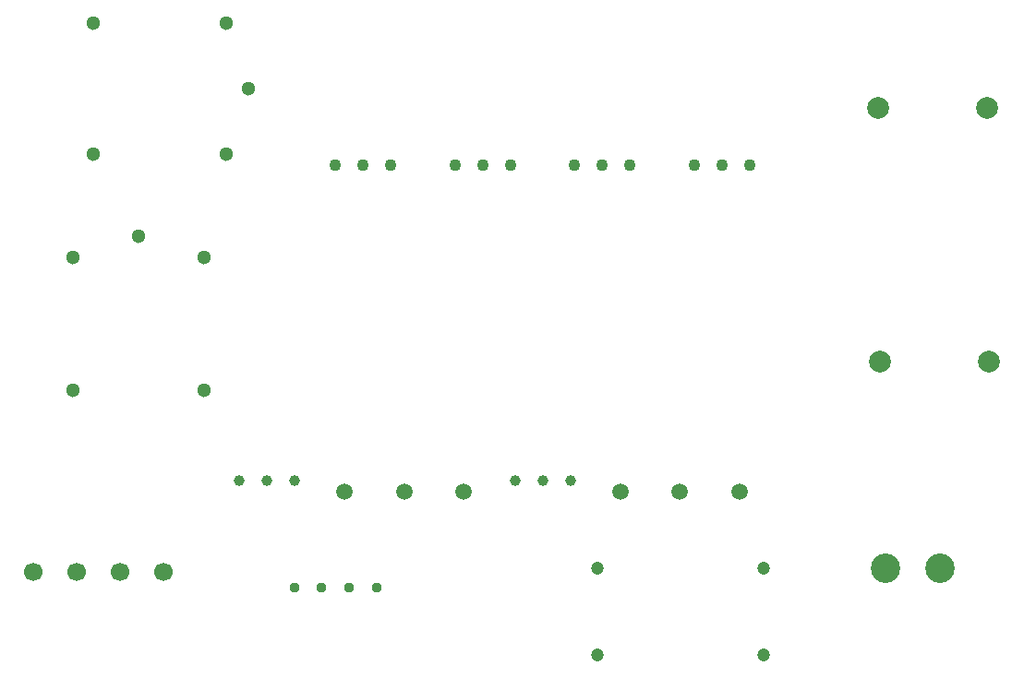
<source format=gbr>
%TF.GenerationSoftware,KiCad,Pcbnew,8.0.7-8.0.7-0~ubuntu20.04.1*%
%TF.CreationDate,2024-12-27T01:05:30+01:00*%
%TF.ProjectId,pcb_power,7063625f-706f-4776-9572-2e6b69636164,1.0.0*%
%TF.SameCoordinates,Original*%
%TF.FileFunction,Plated,1,2,PTH,Drill*%
%TF.FilePolarity,Positive*%
%FSLAX46Y46*%
G04 Gerber Fmt 4.6, Leading zero omitted, Abs format (unit mm)*
G04 Created by KiCad (PCBNEW 8.0.7-8.0.7-0~ubuntu20.04.1) date 2024-12-27 01:05:30*
%MOMM*%
%LPD*%
G01*
G04 APERTURE LIST*
%TA.AperFunction,ComponentDrill*%
%ADD10C,0.950000*%
%TD*%
%TA.AperFunction,ComponentDrill*%
%ADD11C,1.000000*%
%TD*%
%TA.AperFunction,ComponentDrill*%
%ADD12C,1.100000*%
%TD*%
%TA.AperFunction,ComponentDrill*%
%ADD13C,1.200000*%
%TD*%
%TA.AperFunction,ComponentDrill*%
%ADD14C,1.300000*%
%TD*%
%TA.AperFunction,ComponentDrill*%
%ADD15C,1.500000*%
%TD*%
%TA.AperFunction,ComponentDrill*%
%ADD16C,1.700000*%
%TD*%
%TA.AperFunction,ComponentDrill*%
%ADD17C,2.000000*%
%TD*%
%TA.AperFunction,ComponentDrill*%
%ADD18C,2.700000*%
%TD*%
G04 APERTURE END LIST*
D10*
%TO.C,J10*%
X84300000Y-84300000D03*
X86800000Y-84300000D03*
X89300000Y-84300000D03*
X91800000Y-84300000D03*
D11*
%TO.C,Q41*%
X79250000Y-74500000D03*
X81790000Y-74500000D03*
X84330000Y-74500000D03*
%TO.C,Q43*%
X104500000Y-74500000D03*
X107040000Y-74500000D03*
X109580000Y-74500000D03*
D12*
%TO.C,D32*%
X88000000Y-45500000D03*
X90540000Y-45500000D03*
X93080000Y-45500000D03*
%TO.C,D30*%
X99000000Y-45500000D03*
X101540000Y-45500000D03*
X104080000Y-45500000D03*
%TO.C,D31*%
X110000000Y-45500000D03*
X112540000Y-45500000D03*
X115080000Y-45500000D03*
%TO.C,D33*%
X121000000Y-45500000D03*
X123540000Y-45500000D03*
X126080000Y-45500000D03*
D13*
%TO.C,R41*%
X112080000Y-82500000D03*
%TO.C,R40*%
X112080000Y-90500000D03*
%TO.C,R41*%
X127320000Y-82500000D03*
%TO.C,R40*%
X127320000Y-90500000D03*
D14*
%TO.C,K21*%
X64000000Y-54000000D03*
X64000000Y-66200000D03*
%TO.C,K20*%
X65850000Y-32500000D03*
X65850000Y-44500000D03*
%TO.C,K21*%
X70000000Y-52000000D03*
X76000000Y-54000000D03*
X76000000Y-66200000D03*
%TO.C,K20*%
X78050000Y-32500000D03*
X78050000Y-44500000D03*
X80050000Y-38500000D03*
D15*
%TO.C,Q40*%
X88900000Y-75500000D03*
X94350000Y-75500000D03*
X99800000Y-75500000D03*
%TO.C,Q42*%
X114200000Y-75500000D03*
X119650000Y-75500000D03*
X125100000Y-75500000D03*
D16*
%TO.C,J11*%
X60382500Y-82850000D03*
X64342500Y-82850000D03*
X68302500Y-82850000D03*
X72262500Y-82850000D03*
D17*
%TO.C,C31*%
X137842169Y-40300000D03*
%TO.C,C30*%
X138000000Y-63500000D03*
%TO.C,C31*%
X147842169Y-40300000D03*
%TO.C,C30*%
X148000000Y-63500000D03*
D18*
%TO.C,J12*%
X138500000Y-82500000D03*
X143500000Y-82500000D03*
M02*

</source>
